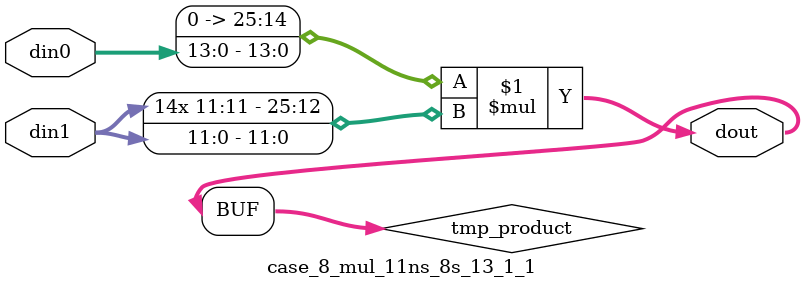
<source format=v>

`timescale 1 ns / 1 ps

 module case_8_mul_11ns_8s_13_1_1(din0, din1, dout);
parameter ID = 1;
parameter NUM_STAGE = 0;
parameter din0_WIDTH = 14;
parameter din1_WIDTH = 12;
parameter dout_WIDTH = 26;

input [din0_WIDTH - 1 : 0] din0; 
input [din1_WIDTH - 1 : 0] din1; 
output [dout_WIDTH - 1 : 0] dout;

wire signed [dout_WIDTH - 1 : 0] tmp_product;

























assign tmp_product = $signed({1'b0, din0}) * $signed(din1);










assign dout = tmp_product;





















endmodule

</source>
